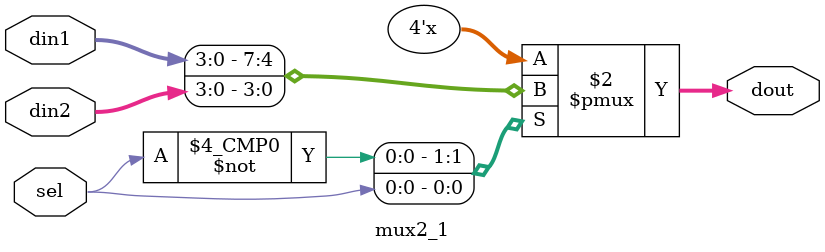
<source format=v>
`timescale 1ns / 1ps

module mux2_1 #(
    parameter W = 4
)(
    input       [W-1:0] din1,
    input       [W-1:0] din2,
    input               sel,
    output reg  [W-1:0] dout
);
    always @(*) begin
        case(sel)
        1'b0: dout = din1;
        1'b1: dout = din2;
        endcase
    end
endmodule

</source>
